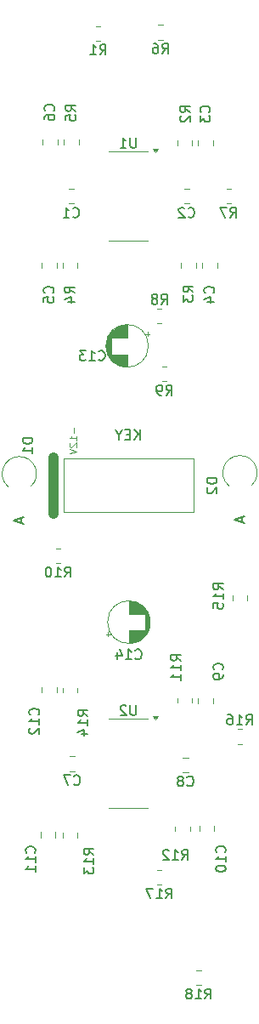
<source format=gbr>
%TF.GenerationSoftware,KiCad,Pcbnew,8.0.3-8.0.3-0~ubuntu22.04.1*%
%TF.CreationDate,2024-07-22T11:51:36+02:00*%
%TF.ProjectId,splt_mlt,73706c74-5f6d-46c7-942e-6b696361645f,rev?*%
%TF.SameCoordinates,Original*%
%TF.FileFunction,Legend,Bot*%
%TF.FilePolarity,Positive*%
%FSLAX46Y46*%
G04 Gerber Fmt 4.6, Leading zero omitted, Abs format (unit mm)*
G04 Created by KiCad (PCBNEW 8.0.3-8.0.3-0~ubuntu22.04.1) date 2024-07-22 11:51:36*
%MOMM*%
%LPD*%
G01*
G04 APERTURE LIST*
%ADD10C,0.150000*%
%ADD11C,0.200000*%
%ADD12C,0.100000*%
%ADD13C,0.120000*%
%ADD14C,1.000000*%
G04 APERTURE END LIST*
D10*
X100506666Y-83954819D02*
X100839999Y-83478628D01*
X101078094Y-83954819D02*
X101078094Y-82954819D01*
X101078094Y-82954819D02*
X100697142Y-82954819D01*
X100697142Y-82954819D02*
X100601904Y-83002438D01*
X100601904Y-83002438D02*
X100554285Y-83050057D01*
X100554285Y-83050057D02*
X100506666Y-83145295D01*
X100506666Y-83145295D02*
X100506666Y-83288152D01*
X100506666Y-83288152D02*
X100554285Y-83383390D01*
X100554285Y-83383390D02*
X100601904Y-83431009D01*
X100601904Y-83431009D02*
X100697142Y-83478628D01*
X100697142Y-83478628D02*
X101078094Y-83478628D01*
X99935237Y-83383390D02*
X100030475Y-83335771D01*
X100030475Y-83335771D02*
X100078094Y-83288152D01*
X100078094Y-83288152D02*
X100125713Y-83192914D01*
X100125713Y-83192914D02*
X100125713Y-83145295D01*
X100125713Y-83145295D02*
X100078094Y-83050057D01*
X100078094Y-83050057D02*
X100030475Y-83002438D01*
X100030475Y-83002438D02*
X99935237Y-82954819D01*
X99935237Y-82954819D02*
X99744761Y-82954819D01*
X99744761Y-82954819D02*
X99649523Y-83002438D01*
X99649523Y-83002438D02*
X99601904Y-83050057D01*
X99601904Y-83050057D02*
X99554285Y-83145295D01*
X99554285Y-83145295D02*
X99554285Y-83192914D01*
X99554285Y-83192914D02*
X99601904Y-83288152D01*
X99601904Y-83288152D02*
X99649523Y-83335771D01*
X99649523Y-83335771D02*
X99744761Y-83383390D01*
X99744761Y-83383390D02*
X99935237Y-83383390D01*
X99935237Y-83383390D02*
X100030475Y-83431009D01*
X100030475Y-83431009D02*
X100078094Y-83478628D01*
X100078094Y-83478628D02*
X100125713Y-83573866D01*
X100125713Y-83573866D02*
X100125713Y-83764342D01*
X100125713Y-83764342D02*
X100078094Y-83859580D01*
X100078094Y-83859580D02*
X100030475Y-83907200D01*
X100030475Y-83907200D02*
X99935237Y-83954819D01*
X99935237Y-83954819D02*
X99744761Y-83954819D01*
X99744761Y-83954819D02*
X99649523Y-83907200D01*
X99649523Y-83907200D02*
X99601904Y-83859580D01*
X99601904Y-83859580D02*
X99554285Y-83764342D01*
X99554285Y-83764342D02*
X99554285Y-83573866D01*
X99554285Y-83573866D02*
X99601904Y-83478628D01*
X99601904Y-83478628D02*
X99649523Y-83431009D01*
X99649523Y-83431009D02*
X99744761Y-83383390D01*
X87899580Y-138557142D02*
X87947200Y-138509523D01*
X87947200Y-138509523D02*
X87994819Y-138366666D01*
X87994819Y-138366666D02*
X87994819Y-138271428D01*
X87994819Y-138271428D02*
X87947200Y-138128571D01*
X87947200Y-138128571D02*
X87851961Y-138033333D01*
X87851961Y-138033333D02*
X87756723Y-137985714D01*
X87756723Y-137985714D02*
X87566247Y-137938095D01*
X87566247Y-137938095D02*
X87423390Y-137938095D01*
X87423390Y-137938095D02*
X87232914Y-137985714D01*
X87232914Y-137985714D02*
X87137676Y-138033333D01*
X87137676Y-138033333D02*
X87042438Y-138128571D01*
X87042438Y-138128571D02*
X86994819Y-138271428D01*
X86994819Y-138271428D02*
X86994819Y-138366666D01*
X86994819Y-138366666D02*
X87042438Y-138509523D01*
X87042438Y-138509523D02*
X87090057Y-138557142D01*
X87994819Y-139509523D02*
X87994819Y-138938095D01*
X87994819Y-139223809D02*
X86994819Y-139223809D01*
X86994819Y-139223809D02*
X87137676Y-139128571D01*
X87137676Y-139128571D02*
X87232914Y-139033333D01*
X87232914Y-139033333D02*
X87280533Y-138938095D01*
X87994819Y-140461904D02*
X87994819Y-139890476D01*
X87994819Y-140176190D02*
X86994819Y-140176190D01*
X86994819Y-140176190D02*
X87137676Y-140080952D01*
X87137676Y-140080952D02*
X87232914Y-139985714D01*
X87232914Y-139985714D02*
X87280533Y-139890476D01*
X106599580Y-120333333D02*
X106647200Y-120285714D01*
X106647200Y-120285714D02*
X106694819Y-120142857D01*
X106694819Y-120142857D02*
X106694819Y-120047619D01*
X106694819Y-120047619D02*
X106647200Y-119904762D01*
X106647200Y-119904762D02*
X106551961Y-119809524D01*
X106551961Y-119809524D02*
X106456723Y-119761905D01*
X106456723Y-119761905D02*
X106266247Y-119714286D01*
X106266247Y-119714286D02*
X106123390Y-119714286D01*
X106123390Y-119714286D02*
X105932914Y-119761905D01*
X105932914Y-119761905D02*
X105837676Y-119809524D01*
X105837676Y-119809524D02*
X105742438Y-119904762D01*
X105742438Y-119904762D02*
X105694819Y-120047619D01*
X105694819Y-120047619D02*
X105694819Y-120142857D01*
X105694819Y-120142857D02*
X105742438Y-120285714D01*
X105742438Y-120285714D02*
X105790057Y-120333333D01*
X106694819Y-120809524D02*
X106694819Y-121000000D01*
X106694819Y-121000000D02*
X106647200Y-121095238D01*
X106647200Y-121095238D02*
X106599580Y-121142857D01*
X106599580Y-121142857D02*
X106456723Y-121238095D01*
X106456723Y-121238095D02*
X106266247Y-121285714D01*
X106266247Y-121285714D02*
X105885295Y-121285714D01*
X105885295Y-121285714D02*
X105790057Y-121238095D01*
X105790057Y-121238095D02*
X105742438Y-121190476D01*
X105742438Y-121190476D02*
X105694819Y-121095238D01*
X105694819Y-121095238D02*
X105694819Y-120904762D01*
X105694819Y-120904762D02*
X105742438Y-120809524D01*
X105742438Y-120809524D02*
X105790057Y-120761905D01*
X105790057Y-120761905D02*
X105885295Y-120714286D01*
X105885295Y-120714286D02*
X106123390Y-120714286D01*
X106123390Y-120714286D02*
X106218628Y-120761905D01*
X106218628Y-120761905D02*
X106266247Y-120809524D01*
X106266247Y-120809524D02*
X106313866Y-120904762D01*
X106313866Y-120904762D02*
X106313866Y-121095238D01*
X106313866Y-121095238D02*
X106266247Y-121190476D01*
X106266247Y-121190476D02*
X106218628Y-121238095D01*
X106218628Y-121238095D02*
X106123390Y-121285714D01*
X98001904Y-123852319D02*
X98001904Y-124661842D01*
X98001904Y-124661842D02*
X97954285Y-124757080D01*
X97954285Y-124757080D02*
X97906666Y-124804700D01*
X97906666Y-124804700D02*
X97811428Y-124852319D01*
X97811428Y-124852319D02*
X97620952Y-124852319D01*
X97620952Y-124852319D02*
X97525714Y-124804700D01*
X97525714Y-124804700D02*
X97478095Y-124757080D01*
X97478095Y-124757080D02*
X97430476Y-124661842D01*
X97430476Y-124661842D02*
X97430476Y-123852319D01*
X97001904Y-123947557D02*
X96954285Y-123899938D01*
X96954285Y-123899938D02*
X96859047Y-123852319D01*
X96859047Y-123852319D02*
X96620952Y-123852319D01*
X96620952Y-123852319D02*
X96525714Y-123899938D01*
X96525714Y-123899938D02*
X96478095Y-123947557D01*
X96478095Y-123947557D02*
X96430476Y-124042795D01*
X96430476Y-124042795D02*
X96430476Y-124138033D01*
X96430476Y-124138033D02*
X96478095Y-124280890D01*
X96478095Y-124280890D02*
X97049523Y-124852319D01*
X97049523Y-124852319D02*
X96430476Y-124852319D01*
X89779580Y-64680833D02*
X89827200Y-64633214D01*
X89827200Y-64633214D02*
X89874819Y-64490357D01*
X89874819Y-64490357D02*
X89874819Y-64395119D01*
X89874819Y-64395119D02*
X89827200Y-64252262D01*
X89827200Y-64252262D02*
X89731961Y-64157024D01*
X89731961Y-64157024D02*
X89636723Y-64109405D01*
X89636723Y-64109405D02*
X89446247Y-64061786D01*
X89446247Y-64061786D02*
X89303390Y-64061786D01*
X89303390Y-64061786D02*
X89112914Y-64109405D01*
X89112914Y-64109405D02*
X89017676Y-64157024D01*
X89017676Y-64157024D02*
X88922438Y-64252262D01*
X88922438Y-64252262D02*
X88874819Y-64395119D01*
X88874819Y-64395119D02*
X88874819Y-64490357D01*
X88874819Y-64490357D02*
X88922438Y-64633214D01*
X88922438Y-64633214D02*
X88970057Y-64680833D01*
X88874819Y-65537976D02*
X88874819Y-65347500D01*
X88874819Y-65347500D02*
X88922438Y-65252262D01*
X88922438Y-65252262D02*
X88970057Y-65204643D01*
X88970057Y-65204643D02*
X89112914Y-65109405D01*
X89112914Y-65109405D02*
X89303390Y-65061786D01*
X89303390Y-65061786D02*
X89684342Y-65061786D01*
X89684342Y-65061786D02*
X89779580Y-65109405D01*
X89779580Y-65109405D02*
X89827200Y-65157024D01*
X89827200Y-65157024D02*
X89874819Y-65252262D01*
X89874819Y-65252262D02*
X89874819Y-65442738D01*
X89874819Y-65442738D02*
X89827200Y-65537976D01*
X89827200Y-65537976D02*
X89779580Y-65585595D01*
X89779580Y-65585595D02*
X89684342Y-65633214D01*
X89684342Y-65633214D02*
X89446247Y-65633214D01*
X89446247Y-65633214D02*
X89351009Y-65585595D01*
X89351009Y-65585595D02*
X89303390Y-65537976D01*
X89303390Y-65537976D02*
X89255771Y-65442738D01*
X89255771Y-65442738D02*
X89255771Y-65252262D01*
X89255771Y-65252262D02*
X89303390Y-65157024D01*
X89303390Y-65157024D02*
X89351009Y-65109405D01*
X89351009Y-65109405D02*
X89446247Y-65061786D01*
X93194819Y-124957142D02*
X92718628Y-124623809D01*
X93194819Y-124385714D02*
X92194819Y-124385714D01*
X92194819Y-124385714D02*
X92194819Y-124766666D01*
X92194819Y-124766666D02*
X92242438Y-124861904D01*
X92242438Y-124861904D02*
X92290057Y-124909523D01*
X92290057Y-124909523D02*
X92385295Y-124957142D01*
X92385295Y-124957142D02*
X92528152Y-124957142D01*
X92528152Y-124957142D02*
X92623390Y-124909523D01*
X92623390Y-124909523D02*
X92671009Y-124861904D01*
X92671009Y-124861904D02*
X92718628Y-124766666D01*
X92718628Y-124766666D02*
X92718628Y-124385714D01*
X93194819Y-125909523D02*
X93194819Y-125338095D01*
X93194819Y-125623809D02*
X92194819Y-125623809D01*
X92194819Y-125623809D02*
X92337676Y-125528571D01*
X92337676Y-125528571D02*
X92432914Y-125433333D01*
X92432914Y-125433333D02*
X92480533Y-125338095D01*
X92528152Y-126766666D02*
X93194819Y-126766666D01*
X92147200Y-126528571D02*
X92861485Y-126290476D01*
X92861485Y-126290476D02*
X92861485Y-126909523D01*
X98001904Y-67374819D02*
X98001904Y-68184342D01*
X98001904Y-68184342D02*
X97954285Y-68279580D01*
X97954285Y-68279580D02*
X97906666Y-68327200D01*
X97906666Y-68327200D02*
X97811428Y-68374819D01*
X97811428Y-68374819D02*
X97620952Y-68374819D01*
X97620952Y-68374819D02*
X97525714Y-68327200D01*
X97525714Y-68327200D02*
X97478095Y-68279580D01*
X97478095Y-68279580D02*
X97430476Y-68184342D01*
X97430476Y-68184342D02*
X97430476Y-67374819D01*
X96430476Y-68374819D02*
X97001904Y-68374819D01*
X96716190Y-68374819D02*
X96716190Y-67374819D01*
X96716190Y-67374819D02*
X96811428Y-67517676D01*
X96811428Y-67517676D02*
X96906666Y-67612914D01*
X96906666Y-67612914D02*
X97001904Y-67660533D01*
X106862080Y-138519642D02*
X106909700Y-138472023D01*
X106909700Y-138472023D02*
X106957319Y-138329166D01*
X106957319Y-138329166D02*
X106957319Y-138233928D01*
X106957319Y-138233928D02*
X106909700Y-138091071D01*
X106909700Y-138091071D02*
X106814461Y-137995833D01*
X106814461Y-137995833D02*
X106719223Y-137948214D01*
X106719223Y-137948214D02*
X106528747Y-137900595D01*
X106528747Y-137900595D02*
X106385890Y-137900595D01*
X106385890Y-137900595D02*
X106195414Y-137948214D01*
X106195414Y-137948214D02*
X106100176Y-137995833D01*
X106100176Y-137995833D02*
X106004938Y-138091071D01*
X106004938Y-138091071D02*
X105957319Y-138233928D01*
X105957319Y-138233928D02*
X105957319Y-138329166D01*
X105957319Y-138329166D02*
X106004938Y-138472023D01*
X106004938Y-138472023D02*
X106052557Y-138519642D01*
X106957319Y-139472023D02*
X106957319Y-138900595D01*
X106957319Y-139186309D02*
X105957319Y-139186309D01*
X105957319Y-139186309D02*
X106100176Y-139091071D01*
X106100176Y-139091071D02*
X106195414Y-138995833D01*
X106195414Y-138995833D02*
X106243033Y-138900595D01*
X105957319Y-140091071D02*
X105957319Y-140186309D01*
X105957319Y-140186309D02*
X106004938Y-140281547D01*
X106004938Y-140281547D02*
X106052557Y-140329166D01*
X106052557Y-140329166D02*
X106147795Y-140376785D01*
X106147795Y-140376785D02*
X106338271Y-140424404D01*
X106338271Y-140424404D02*
X106576366Y-140424404D01*
X106576366Y-140424404D02*
X106766842Y-140376785D01*
X106766842Y-140376785D02*
X106862080Y-140329166D01*
X106862080Y-140329166D02*
X106909700Y-140281547D01*
X106909700Y-140281547D02*
X106957319Y-140186309D01*
X106957319Y-140186309D02*
X106957319Y-140091071D01*
X106957319Y-140091071D02*
X106909700Y-139995833D01*
X106909700Y-139995833D02*
X106862080Y-139948214D01*
X106862080Y-139948214D02*
X106766842Y-139900595D01*
X106766842Y-139900595D02*
X106576366Y-139852976D01*
X106576366Y-139852976D02*
X106338271Y-139852976D01*
X106338271Y-139852976D02*
X106147795Y-139900595D01*
X106147795Y-139900595D02*
X106052557Y-139948214D01*
X106052557Y-139948214D02*
X106004938Y-139995833D01*
X106004938Y-139995833D02*
X105957319Y-140091071D01*
X103694819Y-82733333D02*
X103218628Y-82400000D01*
X103694819Y-82161905D02*
X102694819Y-82161905D01*
X102694819Y-82161905D02*
X102694819Y-82542857D01*
X102694819Y-82542857D02*
X102742438Y-82638095D01*
X102742438Y-82638095D02*
X102790057Y-82685714D01*
X102790057Y-82685714D02*
X102885295Y-82733333D01*
X102885295Y-82733333D02*
X103028152Y-82733333D01*
X103028152Y-82733333D02*
X103123390Y-82685714D01*
X103123390Y-82685714D02*
X103171009Y-82638095D01*
X103171009Y-82638095D02*
X103218628Y-82542857D01*
X103218628Y-82542857D02*
X103218628Y-82161905D01*
X102694819Y-83066667D02*
X102694819Y-83685714D01*
X102694819Y-83685714D02*
X103075771Y-83352381D01*
X103075771Y-83352381D02*
X103075771Y-83495238D01*
X103075771Y-83495238D02*
X103123390Y-83590476D01*
X103123390Y-83590476D02*
X103171009Y-83638095D01*
X103171009Y-83638095D02*
X103266247Y-83685714D01*
X103266247Y-83685714D02*
X103504342Y-83685714D01*
X103504342Y-83685714D02*
X103599580Y-83638095D01*
X103599580Y-83638095D02*
X103647200Y-83590476D01*
X103647200Y-83590476D02*
X103694819Y-83495238D01*
X103694819Y-83495238D02*
X103694819Y-83209524D01*
X103694819Y-83209524D02*
X103647200Y-83114286D01*
X103647200Y-83114286D02*
X103599580Y-83066667D01*
X91894819Y-82833333D02*
X91418628Y-82500000D01*
X91894819Y-82261905D02*
X90894819Y-82261905D01*
X90894819Y-82261905D02*
X90894819Y-82642857D01*
X90894819Y-82642857D02*
X90942438Y-82738095D01*
X90942438Y-82738095D02*
X90990057Y-82785714D01*
X90990057Y-82785714D02*
X91085295Y-82833333D01*
X91085295Y-82833333D02*
X91228152Y-82833333D01*
X91228152Y-82833333D02*
X91323390Y-82785714D01*
X91323390Y-82785714D02*
X91371009Y-82738095D01*
X91371009Y-82738095D02*
X91418628Y-82642857D01*
X91418628Y-82642857D02*
X91418628Y-82261905D01*
X91228152Y-83690476D02*
X91894819Y-83690476D01*
X90847200Y-83452381D02*
X91561485Y-83214286D01*
X91561485Y-83214286D02*
X91561485Y-83833333D01*
X106694819Y-112357142D02*
X106218628Y-112023809D01*
X106694819Y-111785714D02*
X105694819Y-111785714D01*
X105694819Y-111785714D02*
X105694819Y-112166666D01*
X105694819Y-112166666D02*
X105742438Y-112261904D01*
X105742438Y-112261904D02*
X105790057Y-112309523D01*
X105790057Y-112309523D02*
X105885295Y-112357142D01*
X105885295Y-112357142D02*
X106028152Y-112357142D01*
X106028152Y-112357142D02*
X106123390Y-112309523D01*
X106123390Y-112309523D02*
X106171009Y-112261904D01*
X106171009Y-112261904D02*
X106218628Y-112166666D01*
X106218628Y-112166666D02*
X106218628Y-111785714D01*
X106694819Y-113309523D02*
X106694819Y-112738095D01*
X106694819Y-113023809D02*
X105694819Y-113023809D01*
X105694819Y-113023809D02*
X105837676Y-112928571D01*
X105837676Y-112928571D02*
X105932914Y-112833333D01*
X105932914Y-112833333D02*
X105980533Y-112738095D01*
X105694819Y-114214285D02*
X105694819Y-113738095D01*
X105694819Y-113738095D02*
X106171009Y-113690476D01*
X106171009Y-113690476D02*
X106123390Y-113738095D01*
X106123390Y-113738095D02*
X106075771Y-113833333D01*
X106075771Y-113833333D02*
X106075771Y-114071428D01*
X106075771Y-114071428D02*
X106123390Y-114166666D01*
X106123390Y-114166666D02*
X106171009Y-114214285D01*
X106171009Y-114214285D02*
X106266247Y-114261904D01*
X106266247Y-114261904D02*
X106504342Y-114261904D01*
X106504342Y-114261904D02*
X106599580Y-114214285D01*
X106599580Y-114214285D02*
X106647200Y-114166666D01*
X106647200Y-114166666D02*
X106694819Y-114071428D01*
X106694819Y-114071428D02*
X106694819Y-113833333D01*
X106694819Y-113833333D02*
X106647200Y-113738095D01*
X106647200Y-113738095D02*
X106599580Y-113690476D01*
X103106666Y-131839580D02*
X103154285Y-131887200D01*
X103154285Y-131887200D02*
X103297142Y-131934819D01*
X103297142Y-131934819D02*
X103392380Y-131934819D01*
X103392380Y-131934819D02*
X103535237Y-131887200D01*
X103535237Y-131887200D02*
X103630475Y-131791961D01*
X103630475Y-131791961D02*
X103678094Y-131696723D01*
X103678094Y-131696723D02*
X103725713Y-131506247D01*
X103725713Y-131506247D02*
X103725713Y-131363390D01*
X103725713Y-131363390D02*
X103678094Y-131172914D01*
X103678094Y-131172914D02*
X103630475Y-131077676D01*
X103630475Y-131077676D02*
X103535237Y-130982438D01*
X103535237Y-130982438D02*
X103392380Y-130934819D01*
X103392380Y-130934819D02*
X103297142Y-130934819D01*
X103297142Y-130934819D02*
X103154285Y-130982438D01*
X103154285Y-130982438D02*
X103106666Y-131030057D01*
X102535237Y-131363390D02*
X102630475Y-131315771D01*
X102630475Y-131315771D02*
X102678094Y-131268152D01*
X102678094Y-131268152D02*
X102725713Y-131172914D01*
X102725713Y-131172914D02*
X102725713Y-131125295D01*
X102725713Y-131125295D02*
X102678094Y-131030057D01*
X102678094Y-131030057D02*
X102630475Y-130982438D01*
X102630475Y-130982438D02*
X102535237Y-130934819D01*
X102535237Y-130934819D02*
X102344761Y-130934819D01*
X102344761Y-130934819D02*
X102249523Y-130982438D01*
X102249523Y-130982438D02*
X102201904Y-131030057D01*
X102201904Y-131030057D02*
X102154285Y-131125295D01*
X102154285Y-131125295D02*
X102154285Y-131172914D01*
X102154285Y-131172914D02*
X102201904Y-131268152D01*
X102201904Y-131268152D02*
X102249523Y-131315771D01*
X102249523Y-131315771D02*
X102344761Y-131363390D01*
X102344761Y-131363390D02*
X102535237Y-131363390D01*
X102535237Y-131363390D02*
X102630475Y-131411009D01*
X102630475Y-131411009D02*
X102678094Y-131458628D01*
X102678094Y-131458628D02*
X102725713Y-131553866D01*
X102725713Y-131553866D02*
X102725713Y-131744342D01*
X102725713Y-131744342D02*
X102678094Y-131839580D01*
X102678094Y-131839580D02*
X102630475Y-131887200D01*
X102630475Y-131887200D02*
X102535237Y-131934819D01*
X102535237Y-131934819D02*
X102344761Y-131934819D01*
X102344761Y-131934819D02*
X102249523Y-131887200D01*
X102249523Y-131887200D02*
X102201904Y-131839580D01*
X102201904Y-131839580D02*
X102154285Y-131744342D01*
X102154285Y-131744342D02*
X102154285Y-131553866D01*
X102154285Y-131553866D02*
X102201904Y-131458628D01*
X102201904Y-131458628D02*
X102249523Y-131411009D01*
X102249523Y-131411009D02*
X102344761Y-131363390D01*
X94406666Y-59104819D02*
X94739999Y-58628628D01*
X94978094Y-59104819D02*
X94978094Y-58104819D01*
X94978094Y-58104819D02*
X94597142Y-58104819D01*
X94597142Y-58104819D02*
X94501904Y-58152438D01*
X94501904Y-58152438D02*
X94454285Y-58200057D01*
X94454285Y-58200057D02*
X94406666Y-58295295D01*
X94406666Y-58295295D02*
X94406666Y-58438152D01*
X94406666Y-58438152D02*
X94454285Y-58533390D01*
X94454285Y-58533390D02*
X94501904Y-58581009D01*
X94501904Y-58581009D02*
X94597142Y-58628628D01*
X94597142Y-58628628D02*
X94978094Y-58628628D01*
X93454285Y-59104819D02*
X94025713Y-59104819D01*
X93739999Y-59104819D02*
X93739999Y-58104819D01*
X93739999Y-58104819D02*
X93835237Y-58247676D01*
X93835237Y-58247676D02*
X93930475Y-58342914D01*
X93930475Y-58342914D02*
X94025713Y-58390533D01*
X88262080Y-124819642D02*
X88309700Y-124772023D01*
X88309700Y-124772023D02*
X88357319Y-124629166D01*
X88357319Y-124629166D02*
X88357319Y-124533928D01*
X88357319Y-124533928D02*
X88309700Y-124391071D01*
X88309700Y-124391071D02*
X88214461Y-124295833D01*
X88214461Y-124295833D02*
X88119223Y-124248214D01*
X88119223Y-124248214D02*
X87928747Y-124200595D01*
X87928747Y-124200595D02*
X87785890Y-124200595D01*
X87785890Y-124200595D02*
X87595414Y-124248214D01*
X87595414Y-124248214D02*
X87500176Y-124295833D01*
X87500176Y-124295833D02*
X87404938Y-124391071D01*
X87404938Y-124391071D02*
X87357319Y-124533928D01*
X87357319Y-124533928D02*
X87357319Y-124629166D01*
X87357319Y-124629166D02*
X87404938Y-124772023D01*
X87404938Y-124772023D02*
X87452557Y-124819642D01*
X88357319Y-125772023D02*
X88357319Y-125200595D01*
X88357319Y-125486309D02*
X87357319Y-125486309D01*
X87357319Y-125486309D02*
X87500176Y-125391071D01*
X87500176Y-125391071D02*
X87595414Y-125295833D01*
X87595414Y-125295833D02*
X87643033Y-125200595D01*
X87452557Y-126152976D02*
X87404938Y-126200595D01*
X87404938Y-126200595D02*
X87357319Y-126295833D01*
X87357319Y-126295833D02*
X87357319Y-126533928D01*
X87357319Y-126533928D02*
X87404938Y-126629166D01*
X87404938Y-126629166D02*
X87452557Y-126676785D01*
X87452557Y-126676785D02*
X87547795Y-126724404D01*
X87547795Y-126724404D02*
X87643033Y-126724404D01*
X87643033Y-126724404D02*
X87785890Y-126676785D01*
X87785890Y-126676785D02*
X88357319Y-126105357D01*
X88357319Y-126105357D02*
X88357319Y-126724404D01*
X90882857Y-111104819D02*
X91216190Y-110628628D01*
X91454285Y-111104819D02*
X91454285Y-110104819D01*
X91454285Y-110104819D02*
X91073333Y-110104819D01*
X91073333Y-110104819D02*
X90978095Y-110152438D01*
X90978095Y-110152438D02*
X90930476Y-110200057D01*
X90930476Y-110200057D02*
X90882857Y-110295295D01*
X90882857Y-110295295D02*
X90882857Y-110438152D01*
X90882857Y-110438152D02*
X90930476Y-110533390D01*
X90930476Y-110533390D02*
X90978095Y-110581009D01*
X90978095Y-110581009D02*
X91073333Y-110628628D01*
X91073333Y-110628628D02*
X91454285Y-110628628D01*
X89930476Y-111104819D02*
X90501904Y-111104819D01*
X90216190Y-111104819D02*
X90216190Y-110104819D01*
X90216190Y-110104819D02*
X90311428Y-110247676D01*
X90311428Y-110247676D02*
X90406666Y-110342914D01*
X90406666Y-110342914D02*
X90501904Y-110390533D01*
X89311428Y-110104819D02*
X89216190Y-110104819D01*
X89216190Y-110104819D02*
X89120952Y-110152438D01*
X89120952Y-110152438D02*
X89073333Y-110200057D01*
X89073333Y-110200057D02*
X89025714Y-110295295D01*
X89025714Y-110295295D02*
X88978095Y-110485771D01*
X88978095Y-110485771D02*
X88978095Y-110723866D01*
X88978095Y-110723866D02*
X89025714Y-110914342D01*
X89025714Y-110914342D02*
X89073333Y-111009580D01*
X89073333Y-111009580D02*
X89120952Y-111057200D01*
X89120952Y-111057200D02*
X89216190Y-111104819D01*
X89216190Y-111104819D02*
X89311428Y-111104819D01*
X89311428Y-111104819D02*
X89406666Y-111057200D01*
X89406666Y-111057200D02*
X89454285Y-111009580D01*
X89454285Y-111009580D02*
X89501904Y-110914342D01*
X89501904Y-110914342D02*
X89549523Y-110723866D01*
X89549523Y-110723866D02*
X89549523Y-110485771D01*
X89549523Y-110485771D02*
X89501904Y-110295295D01*
X89501904Y-110295295D02*
X89454285Y-110200057D01*
X89454285Y-110200057D02*
X89406666Y-110152438D01*
X89406666Y-110152438D02*
X89311428Y-110104819D01*
X101006666Y-93004819D02*
X101339999Y-92528628D01*
X101578094Y-93004819D02*
X101578094Y-92004819D01*
X101578094Y-92004819D02*
X101197142Y-92004819D01*
X101197142Y-92004819D02*
X101101904Y-92052438D01*
X101101904Y-92052438D02*
X101054285Y-92100057D01*
X101054285Y-92100057D02*
X101006666Y-92195295D01*
X101006666Y-92195295D02*
X101006666Y-92338152D01*
X101006666Y-92338152D02*
X101054285Y-92433390D01*
X101054285Y-92433390D02*
X101101904Y-92481009D01*
X101101904Y-92481009D02*
X101197142Y-92528628D01*
X101197142Y-92528628D02*
X101578094Y-92528628D01*
X100530475Y-93004819D02*
X100339999Y-93004819D01*
X100339999Y-93004819D02*
X100244761Y-92957200D01*
X100244761Y-92957200D02*
X100197142Y-92909580D01*
X100197142Y-92909580D02*
X100101904Y-92766723D01*
X100101904Y-92766723D02*
X100054285Y-92576247D01*
X100054285Y-92576247D02*
X100054285Y-92195295D01*
X100054285Y-92195295D02*
X100101904Y-92100057D01*
X100101904Y-92100057D02*
X100149523Y-92052438D01*
X100149523Y-92052438D02*
X100244761Y-92004819D01*
X100244761Y-92004819D02*
X100435237Y-92004819D01*
X100435237Y-92004819D02*
X100530475Y-92052438D01*
X100530475Y-92052438D02*
X100578094Y-92100057D01*
X100578094Y-92100057D02*
X100625713Y-92195295D01*
X100625713Y-92195295D02*
X100625713Y-92433390D01*
X100625713Y-92433390D02*
X100578094Y-92528628D01*
X100578094Y-92528628D02*
X100530475Y-92576247D01*
X100530475Y-92576247D02*
X100435237Y-92623866D01*
X100435237Y-92623866D02*
X100244761Y-92623866D01*
X100244761Y-92623866D02*
X100149523Y-92576247D01*
X100149523Y-92576247D02*
X100101904Y-92528628D01*
X100101904Y-92528628D02*
X100054285Y-92433390D01*
X107406666Y-75304819D02*
X107739999Y-74828628D01*
X107978094Y-75304819D02*
X107978094Y-74304819D01*
X107978094Y-74304819D02*
X107597142Y-74304819D01*
X107597142Y-74304819D02*
X107501904Y-74352438D01*
X107501904Y-74352438D02*
X107454285Y-74400057D01*
X107454285Y-74400057D02*
X107406666Y-74495295D01*
X107406666Y-74495295D02*
X107406666Y-74638152D01*
X107406666Y-74638152D02*
X107454285Y-74733390D01*
X107454285Y-74733390D02*
X107501904Y-74781009D01*
X107501904Y-74781009D02*
X107597142Y-74828628D01*
X107597142Y-74828628D02*
X107978094Y-74828628D01*
X107073332Y-74304819D02*
X106406666Y-74304819D01*
X106406666Y-74304819D02*
X106835237Y-75304819D01*
X93794819Y-138757142D02*
X93318628Y-138423809D01*
X93794819Y-138185714D02*
X92794819Y-138185714D01*
X92794819Y-138185714D02*
X92794819Y-138566666D01*
X92794819Y-138566666D02*
X92842438Y-138661904D01*
X92842438Y-138661904D02*
X92890057Y-138709523D01*
X92890057Y-138709523D02*
X92985295Y-138757142D01*
X92985295Y-138757142D02*
X93128152Y-138757142D01*
X93128152Y-138757142D02*
X93223390Y-138709523D01*
X93223390Y-138709523D02*
X93271009Y-138661904D01*
X93271009Y-138661904D02*
X93318628Y-138566666D01*
X93318628Y-138566666D02*
X93318628Y-138185714D01*
X93794819Y-139709523D02*
X93794819Y-139138095D01*
X93794819Y-139423809D02*
X92794819Y-139423809D01*
X92794819Y-139423809D02*
X92937676Y-139328571D01*
X92937676Y-139328571D02*
X93032914Y-139233333D01*
X93032914Y-139233333D02*
X93080533Y-139138095D01*
X92794819Y-140042857D02*
X92794819Y-140661904D01*
X92794819Y-140661904D02*
X93175771Y-140328571D01*
X93175771Y-140328571D02*
X93175771Y-140471428D01*
X93175771Y-140471428D02*
X93223390Y-140566666D01*
X93223390Y-140566666D02*
X93271009Y-140614285D01*
X93271009Y-140614285D02*
X93366247Y-140661904D01*
X93366247Y-140661904D02*
X93604342Y-140661904D01*
X93604342Y-140661904D02*
X93699580Y-140614285D01*
X93699580Y-140614285D02*
X93747200Y-140566666D01*
X93747200Y-140566666D02*
X93794819Y-140471428D01*
X93794819Y-140471428D02*
X93794819Y-140185714D01*
X93794819Y-140185714D02*
X93747200Y-140090476D01*
X93747200Y-140090476D02*
X93699580Y-140042857D01*
X87694819Y-97261905D02*
X86694819Y-97261905D01*
X86694819Y-97261905D02*
X86694819Y-97500000D01*
X86694819Y-97500000D02*
X86742438Y-97642857D01*
X86742438Y-97642857D02*
X86837676Y-97738095D01*
X86837676Y-97738095D02*
X86932914Y-97785714D01*
X86932914Y-97785714D02*
X87123390Y-97833333D01*
X87123390Y-97833333D02*
X87266247Y-97833333D01*
X87266247Y-97833333D02*
X87456723Y-97785714D01*
X87456723Y-97785714D02*
X87551961Y-97738095D01*
X87551961Y-97738095D02*
X87647200Y-97642857D01*
X87647200Y-97642857D02*
X87694819Y-97500000D01*
X87694819Y-97500000D02*
X87694819Y-97261905D01*
X87694819Y-98785714D02*
X87694819Y-98214286D01*
X87694819Y-98500000D02*
X86694819Y-98500000D01*
X86694819Y-98500000D02*
X86837676Y-98404762D01*
X86837676Y-98404762D02*
X86932914Y-98309524D01*
X86932914Y-98309524D02*
X86980533Y-98214286D01*
X86537338Y-105230139D02*
X86537338Y-105706329D01*
X86823053Y-105134901D02*
X85823053Y-105468234D01*
X85823053Y-105468234D02*
X86823053Y-105801567D01*
X91994819Y-64733333D02*
X91518628Y-64400000D01*
X91994819Y-64161905D02*
X90994819Y-64161905D01*
X90994819Y-64161905D02*
X90994819Y-64542857D01*
X90994819Y-64542857D02*
X91042438Y-64638095D01*
X91042438Y-64638095D02*
X91090057Y-64685714D01*
X91090057Y-64685714D02*
X91185295Y-64733333D01*
X91185295Y-64733333D02*
X91328152Y-64733333D01*
X91328152Y-64733333D02*
X91423390Y-64685714D01*
X91423390Y-64685714D02*
X91471009Y-64638095D01*
X91471009Y-64638095D02*
X91518628Y-64542857D01*
X91518628Y-64542857D02*
X91518628Y-64161905D01*
X90994819Y-65638095D02*
X90994819Y-65161905D01*
X90994819Y-65161905D02*
X91471009Y-65114286D01*
X91471009Y-65114286D02*
X91423390Y-65161905D01*
X91423390Y-65161905D02*
X91375771Y-65257143D01*
X91375771Y-65257143D02*
X91375771Y-65495238D01*
X91375771Y-65495238D02*
X91423390Y-65590476D01*
X91423390Y-65590476D02*
X91471009Y-65638095D01*
X91471009Y-65638095D02*
X91566247Y-65685714D01*
X91566247Y-65685714D02*
X91804342Y-65685714D01*
X91804342Y-65685714D02*
X91899580Y-65638095D01*
X91899580Y-65638095D02*
X91947200Y-65590476D01*
X91947200Y-65590476D02*
X91994819Y-65495238D01*
X91994819Y-65495238D02*
X91994819Y-65257143D01*
X91994819Y-65257143D02*
X91947200Y-65161905D01*
X91947200Y-65161905D02*
X91899580Y-65114286D01*
X97932857Y-119209580D02*
X97980476Y-119257200D01*
X97980476Y-119257200D02*
X98123333Y-119304819D01*
X98123333Y-119304819D02*
X98218571Y-119304819D01*
X98218571Y-119304819D02*
X98361428Y-119257200D01*
X98361428Y-119257200D02*
X98456666Y-119161961D01*
X98456666Y-119161961D02*
X98504285Y-119066723D01*
X98504285Y-119066723D02*
X98551904Y-118876247D01*
X98551904Y-118876247D02*
X98551904Y-118733390D01*
X98551904Y-118733390D02*
X98504285Y-118542914D01*
X98504285Y-118542914D02*
X98456666Y-118447676D01*
X98456666Y-118447676D02*
X98361428Y-118352438D01*
X98361428Y-118352438D02*
X98218571Y-118304819D01*
X98218571Y-118304819D02*
X98123333Y-118304819D01*
X98123333Y-118304819D02*
X97980476Y-118352438D01*
X97980476Y-118352438D02*
X97932857Y-118400057D01*
X96980476Y-119304819D02*
X97551904Y-119304819D01*
X97266190Y-119304819D02*
X97266190Y-118304819D01*
X97266190Y-118304819D02*
X97361428Y-118447676D01*
X97361428Y-118447676D02*
X97456666Y-118542914D01*
X97456666Y-118542914D02*
X97551904Y-118590533D01*
X96123333Y-118638152D02*
X96123333Y-119304819D01*
X96361428Y-118257200D02*
X96599523Y-118971485D01*
X96599523Y-118971485D02*
X95980476Y-118971485D01*
X100606666Y-59004819D02*
X100939999Y-58528628D01*
X101178094Y-59004819D02*
X101178094Y-58004819D01*
X101178094Y-58004819D02*
X100797142Y-58004819D01*
X100797142Y-58004819D02*
X100701904Y-58052438D01*
X100701904Y-58052438D02*
X100654285Y-58100057D01*
X100654285Y-58100057D02*
X100606666Y-58195295D01*
X100606666Y-58195295D02*
X100606666Y-58338152D01*
X100606666Y-58338152D02*
X100654285Y-58433390D01*
X100654285Y-58433390D02*
X100701904Y-58481009D01*
X100701904Y-58481009D02*
X100797142Y-58528628D01*
X100797142Y-58528628D02*
X101178094Y-58528628D01*
X99749523Y-58004819D02*
X99939999Y-58004819D01*
X99939999Y-58004819D02*
X100035237Y-58052438D01*
X100035237Y-58052438D02*
X100082856Y-58100057D01*
X100082856Y-58100057D02*
X100178094Y-58242914D01*
X100178094Y-58242914D02*
X100225713Y-58433390D01*
X100225713Y-58433390D02*
X100225713Y-58814342D01*
X100225713Y-58814342D02*
X100178094Y-58909580D01*
X100178094Y-58909580D02*
X100130475Y-58957200D01*
X100130475Y-58957200D02*
X100035237Y-59004819D01*
X100035237Y-59004819D02*
X99844761Y-59004819D01*
X99844761Y-59004819D02*
X99749523Y-58957200D01*
X99749523Y-58957200D02*
X99701904Y-58909580D01*
X99701904Y-58909580D02*
X99654285Y-58814342D01*
X99654285Y-58814342D02*
X99654285Y-58576247D01*
X99654285Y-58576247D02*
X99701904Y-58481009D01*
X99701904Y-58481009D02*
X99749523Y-58433390D01*
X99749523Y-58433390D02*
X99844761Y-58385771D01*
X99844761Y-58385771D02*
X100035237Y-58385771D01*
X100035237Y-58385771D02*
X100130475Y-58433390D01*
X100130475Y-58433390D02*
X100178094Y-58481009D01*
X100178094Y-58481009D02*
X100225713Y-58576247D01*
X102582857Y-139254819D02*
X102916190Y-138778628D01*
X103154285Y-139254819D02*
X103154285Y-138254819D01*
X103154285Y-138254819D02*
X102773333Y-138254819D01*
X102773333Y-138254819D02*
X102678095Y-138302438D01*
X102678095Y-138302438D02*
X102630476Y-138350057D01*
X102630476Y-138350057D02*
X102582857Y-138445295D01*
X102582857Y-138445295D02*
X102582857Y-138588152D01*
X102582857Y-138588152D02*
X102630476Y-138683390D01*
X102630476Y-138683390D02*
X102678095Y-138731009D01*
X102678095Y-138731009D02*
X102773333Y-138778628D01*
X102773333Y-138778628D02*
X103154285Y-138778628D01*
X101630476Y-139254819D02*
X102201904Y-139254819D01*
X101916190Y-139254819D02*
X101916190Y-138254819D01*
X101916190Y-138254819D02*
X102011428Y-138397676D01*
X102011428Y-138397676D02*
X102106666Y-138492914D01*
X102106666Y-138492914D02*
X102201904Y-138540533D01*
X101249523Y-138350057D02*
X101201904Y-138302438D01*
X101201904Y-138302438D02*
X101106666Y-138254819D01*
X101106666Y-138254819D02*
X100868571Y-138254819D01*
X100868571Y-138254819D02*
X100773333Y-138302438D01*
X100773333Y-138302438D02*
X100725714Y-138350057D01*
X100725714Y-138350057D02*
X100678095Y-138445295D01*
X100678095Y-138445295D02*
X100678095Y-138540533D01*
X100678095Y-138540533D02*
X100725714Y-138683390D01*
X100725714Y-138683390D02*
X101297142Y-139254819D01*
X101297142Y-139254819D02*
X100678095Y-139254819D01*
X108982857Y-125804819D02*
X109316190Y-125328628D01*
X109554285Y-125804819D02*
X109554285Y-124804819D01*
X109554285Y-124804819D02*
X109173333Y-124804819D01*
X109173333Y-124804819D02*
X109078095Y-124852438D01*
X109078095Y-124852438D02*
X109030476Y-124900057D01*
X109030476Y-124900057D02*
X108982857Y-124995295D01*
X108982857Y-124995295D02*
X108982857Y-125138152D01*
X108982857Y-125138152D02*
X109030476Y-125233390D01*
X109030476Y-125233390D02*
X109078095Y-125281009D01*
X109078095Y-125281009D02*
X109173333Y-125328628D01*
X109173333Y-125328628D02*
X109554285Y-125328628D01*
X108030476Y-125804819D02*
X108601904Y-125804819D01*
X108316190Y-125804819D02*
X108316190Y-124804819D01*
X108316190Y-124804819D02*
X108411428Y-124947676D01*
X108411428Y-124947676D02*
X108506666Y-125042914D01*
X108506666Y-125042914D02*
X108601904Y-125090533D01*
X107173333Y-124804819D02*
X107363809Y-124804819D01*
X107363809Y-124804819D02*
X107459047Y-124852438D01*
X107459047Y-124852438D02*
X107506666Y-124900057D01*
X107506666Y-124900057D02*
X107601904Y-125042914D01*
X107601904Y-125042914D02*
X107649523Y-125233390D01*
X107649523Y-125233390D02*
X107649523Y-125614342D01*
X107649523Y-125614342D02*
X107601904Y-125709580D01*
X107601904Y-125709580D02*
X107554285Y-125757200D01*
X107554285Y-125757200D02*
X107459047Y-125804819D01*
X107459047Y-125804819D02*
X107268571Y-125804819D01*
X107268571Y-125804819D02*
X107173333Y-125757200D01*
X107173333Y-125757200D02*
X107125714Y-125709580D01*
X107125714Y-125709580D02*
X107078095Y-125614342D01*
X107078095Y-125614342D02*
X107078095Y-125376247D01*
X107078095Y-125376247D02*
X107125714Y-125281009D01*
X107125714Y-125281009D02*
X107173333Y-125233390D01*
X107173333Y-125233390D02*
X107268571Y-125185771D01*
X107268571Y-125185771D02*
X107459047Y-125185771D01*
X107459047Y-125185771D02*
X107554285Y-125233390D01*
X107554285Y-125233390D02*
X107601904Y-125281009D01*
X107601904Y-125281009D02*
X107649523Y-125376247D01*
X89699580Y-82833333D02*
X89747200Y-82785714D01*
X89747200Y-82785714D02*
X89794819Y-82642857D01*
X89794819Y-82642857D02*
X89794819Y-82547619D01*
X89794819Y-82547619D02*
X89747200Y-82404762D01*
X89747200Y-82404762D02*
X89651961Y-82309524D01*
X89651961Y-82309524D02*
X89556723Y-82261905D01*
X89556723Y-82261905D02*
X89366247Y-82214286D01*
X89366247Y-82214286D02*
X89223390Y-82214286D01*
X89223390Y-82214286D02*
X89032914Y-82261905D01*
X89032914Y-82261905D02*
X88937676Y-82309524D01*
X88937676Y-82309524D02*
X88842438Y-82404762D01*
X88842438Y-82404762D02*
X88794819Y-82547619D01*
X88794819Y-82547619D02*
X88794819Y-82642857D01*
X88794819Y-82642857D02*
X88842438Y-82785714D01*
X88842438Y-82785714D02*
X88890057Y-82833333D01*
X88794819Y-83738095D02*
X88794819Y-83261905D01*
X88794819Y-83261905D02*
X89271009Y-83214286D01*
X89271009Y-83214286D02*
X89223390Y-83261905D01*
X89223390Y-83261905D02*
X89175771Y-83357143D01*
X89175771Y-83357143D02*
X89175771Y-83595238D01*
X89175771Y-83595238D02*
X89223390Y-83690476D01*
X89223390Y-83690476D02*
X89271009Y-83738095D01*
X89271009Y-83738095D02*
X89366247Y-83785714D01*
X89366247Y-83785714D02*
X89604342Y-83785714D01*
X89604342Y-83785714D02*
X89699580Y-83738095D01*
X89699580Y-83738095D02*
X89747200Y-83690476D01*
X89747200Y-83690476D02*
X89794819Y-83595238D01*
X89794819Y-83595238D02*
X89794819Y-83357143D01*
X89794819Y-83357143D02*
X89747200Y-83261905D01*
X89747200Y-83261905D02*
X89699580Y-83214286D01*
X100982857Y-143104819D02*
X101316190Y-142628628D01*
X101554285Y-143104819D02*
X101554285Y-142104819D01*
X101554285Y-142104819D02*
X101173333Y-142104819D01*
X101173333Y-142104819D02*
X101078095Y-142152438D01*
X101078095Y-142152438D02*
X101030476Y-142200057D01*
X101030476Y-142200057D02*
X100982857Y-142295295D01*
X100982857Y-142295295D02*
X100982857Y-142438152D01*
X100982857Y-142438152D02*
X101030476Y-142533390D01*
X101030476Y-142533390D02*
X101078095Y-142581009D01*
X101078095Y-142581009D02*
X101173333Y-142628628D01*
X101173333Y-142628628D02*
X101554285Y-142628628D01*
X100030476Y-143104819D02*
X100601904Y-143104819D01*
X100316190Y-143104819D02*
X100316190Y-142104819D01*
X100316190Y-142104819D02*
X100411428Y-142247676D01*
X100411428Y-142247676D02*
X100506666Y-142342914D01*
X100506666Y-142342914D02*
X100601904Y-142390533D01*
X99697142Y-142104819D02*
X99030476Y-142104819D01*
X99030476Y-142104819D02*
X99459047Y-143104819D01*
X94282857Y-89459580D02*
X94330476Y-89507200D01*
X94330476Y-89507200D02*
X94473333Y-89554819D01*
X94473333Y-89554819D02*
X94568571Y-89554819D01*
X94568571Y-89554819D02*
X94711428Y-89507200D01*
X94711428Y-89507200D02*
X94806666Y-89411961D01*
X94806666Y-89411961D02*
X94854285Y-89316723D01*
X94854285Y-89316723D02*
X94901904Y-89126247D01*
X94901904Y-89126247D02*
X94901904Y-88983390D01*
X94901904Y-88983390D02*
X94854285Y-88792914D01*
X94854285Y-88792914D02*
X94806666Y-88697676D01*
X94806666Y-88697676D02*
X94711428Y-88602438D01*
X94711428Y-88602438D02*
X94568571Y-88554819D01*
X94568571Y-88554819D02*
X94473333Y-88554819D01*
X94473333Y-88554819D02*
X94330476Y-88602438D01*
X94330476Y-88602438D02*
X94282857Y-88650057D01*
X93330476Y-89554819D02*
X93901904Y-89554819D01*
X93616190Y-89554819D02*
X93616190Y-88554819D01*
X93616190Y-88554819D02*
X93711428Y-88697676D01*
X93711428Y-88697676D02*
X93806666Y-88792914D01*
X93806666Y-88792914D02*
X93901904Y-88840533D01*
X92997142Y-88554819D02*
X92378095Y-88554819D01*
X92378095Y-88554819D02*
X92711428Y-88935771D01*
X92711428Y-88935771D02*
X92568571Y-88935771D01*
X92568571Y-88935771D02*
X92473333Y-88983390D01*
X92473333Y-88983390D02*
X92425714Y-89031009D01*
X92425714Y-89031009D02*
X92378095Y-89126247D01*
X92378095Y-89126247D02*
X92378095Y-89364342D01*
X92378095Y-89364342D02*
X92425714Y-89459580D01*
X92425714Y-89459580D02*
X92473333Y-89507200D01*
X92473333Y-89507200D02*
X92568571Y-89554819D01*
X92568571Y-89554819D02*
X92854285Y-89554819D01*
X92854285Y-89554819D02*
X92949523Y-89507200D01*
X92949523Y-89507200D02*
X92997142Y-89459580D01*
X102494819Y-119457142D02*
X102018628Y-119123809D01*
X102494819Y-118885714D02*
X101494819Y-118885714D01*
X101494819Y-118885714D02*
X101494819Y-119266666D01*
X101494819Y-119266666D02*
X101542438Y-119361904D01*
X101542438Y-119361904D02*
X101590057Y-119409523D01*
X101590057Y-119409523D02*
X101685295Y-119457142D01*
X101685295Y-119457142D02*
X101828152Y-119457142D01*
X101828152Y-119457142D02*
X101923390Y-119409523D01*
X101923390Y-119409523D02*
X101971009Y-119361904D01*
X101971009Y-119361904D02*
X102018628Y-119266666D01*
X102018628Y-119266666D02*
X102018628Y-118885714D01*
X102494819Y-120409523D02*
X102494819Y-119838095D01*
X102494819Y-120123809D02*
X101494819Y-120123809D01*
X101494819Y-120123809D02*
X101637676Y-120028571D01*
X101637676Y-120028571D02*
X101732914Y-119933333D01*
X101732914Y-119933333D02*
X101780533Y-119838095D01*
X102494819Y-121361904D02*
X102494819Y-120790476D01*
X102494819Y-121076190D02*
X101494819Y-121076190D01*
X101494819Y-121076190D02*
X101637676Y-120980952D01*
X101637676Y-120980952D02*
X101732914Y-120885714D01*
X101732914Y-120885714D02*
X101780533Y-120790476D01*
X105299580Y-64833333D02*
X105347200Y-64785714D01*
X105347200Y-64785714D02*
X105394819Y-64642857D01*
X105394819Y-64642857D02*
X105394819Y-64547619D01*
X105394819Y-64547619D02*
X105347200Y-64404762D01*
X105347200Y-64404762D02*
X105251961Y-64309524D01*
X105251961Y-64309524D02*
X105156723Y-64261905D01*
X105156723Y-64261905D02*
X104966247Y-64214286D01*
X104966247Y-64214286D02*
X104823390Y-64214286D01*
X104823390Y-64214286D02*
X104632914Y-64261905D01*
X104632914Y-64261905D02*
X104537676Y-64309524D01*
X104537676Y-64309524D02*
X104442438Y-64404762D01*
X104442438Y-64404762D02*
X104394819Y-64547619D01*
X104394819Y-64547619D02*
X104394819Y-64642857D01*
X104394819Y-64642857D02*
X104442438Y-64785714D01*
X104442438Y-64785714D02*
X104490057Y-64833333D01*
X104394819Y-65166667D02*
X104394819Y-65785714D01*
X104394819Y-65785714D02*
X104775771Y-65452381D01*
X104775771Y-65452381D02*
X104775771Y-65595238D01*
X104775771Y-65595238D02*
X104823390Y-65690476D01*
X104823390Y-65690476D02*
X104871009Y-65738095D01*
X104871009Y-65738095D02*
X104966247Y-65785714D01*
X104966247Y-65785714D02*
X105204342Y-65785714D01*
X105204342Y-65785714D02*
X105299580Y-65738095D01*
X105299580Y-65738095D02*
X105347200Y-65690476D01*
X105347200Y-65690476D02*
X105394819Y-65595238D01*
X105394819Y-65595238D02*
X105394819Y-65309524D01*
X105394819Y-65309524D02*
X105347200Y-65214286D01*
X105347200Y-65214286D02*
X105299580Y-65166667D01*
D11*
X98382856Y-97452219D02*
X98382856Y-96452219D01*
X97811428Y-97452219D02*
X98239999Y-96880790D01*
X97811428Y-96452219D02*
X98382856Y-97023647D01*
X97382856Y-96928409D02*
X97049523Y-96928409D01*
X96906666Y-97452219D02*
X97382856Y-97452219D01*
X97382856Y-97452219D02*
X97382856Y-96452219D01*
X97382856Y-96452219D02*
X96906666Y-96452219D01*
X96287618Y-96976028D02*
X96287618Y-97452219D01*
X96620951Y-96452219D02*
X96287618Y-96976028D01*
X96287618Y-96976028D02*
X95954285Y-96452219D01*
D12*
X91791966Y-96266666D02*
X91791966Y-96800000D01*
X92058633Y-97500000D02*
X92058633Y-97100000D01*
X92058633Y-97300000D02*
X91358633Y-97300000D01*
X91358633Y-97300000D02*
X91458633Y-97233333D01*
X91458633Y-97233333D02*
X91525300Y-97166667D01*
X91525300Y-97166667D02*
X91558633Y-97100000D01*
X91425300Y-97766667D02*
X91391966Y-97800000D01*
X91391966Y-97800000D02*
X91358633Y-97866667D01*
X91358633Y-97866667D02*
X91358633Y-98033334D01*
X91358633Y-98033334D02*
X91391966Y-98100000D01*
X91391966Y-98100000D02*
X91425300Y-98133334D01*
X91425300Y-98133334D02*
X91491966Y-98166667D01*
X91491966Y-98166667D02*
X91558633Y-98166667D01*
X91558633Y-98166667D02*
X91658633Y-98133334D01*
X91658633Y-98133334D02*
X92058633Y-97733334D01*
X92058633Y-97733334D02*
X92058633Y-98166667D01*
X91358633Y-98366667D02*
X92058633Y-98600001D01*
X92058633Y-98600001D02*
X91358633Y-98833334D01*
D10*
X104882857Y-153104819D02*
X105216190Y-152628628D01*
X105454285Y-153104819D02*
X105454285Y-152104819D01*
X105454285Y-152104819D02*
X105073333Y-152104819D01*
X105073333Y-152104819D02*
X104978095Y-152152438D01*
X104978095Y-152152438D02*
X104930476Y-152200057D01*
X104930476Y-152200057D02*
X104882857Y-152295295D01*
X104882857Y-152295295D02*
X104882857Y-152438152D01*
X104882857Y-152438152D02*
X104930476Y-152533390D01*
X104930476Y-152533390D02*
X104978095Y-152581009D01*
X104978095Y-152581009D02*
X105073333Y-152628628D01*
X105073333Y-152628628D02*
X105454285Y-152628628D01*
X103930476Y-153104819D02*
X104501904Y-153104819D01*
X104216190Y-153104819D02*
X104216190Y-152104819D01*
X104216190Y-152104819D02*
X104311428Y-152247676D01*
X104311428Y-152247676D02*
X104406666Y-152342914D01*
X104406666Y-152342914D02*
X104501904Y-152390533D01*
X103359047Y-152533390D02*
X103454285Y-152485771D01*
X103454285Y-152485771D02*
X103501904Y-152438152D01*
X103501904Y-152438152D02*
X103549523Y-152342914D01*
X103549523Y-152342914D02*
X103549523Y-152295295D01*
X103549523Y-152295295D02*
X103501904Y-152200057D01*
X103501904Y-152200057D02*
X103454285Y-152152438D01*
X103454285Y-152152438D02*
X103359047Y-152104819D01*
X103359047Y-152104819D02*
X103168571Y-152104819D01*
X103168571Y-152104819D02*
X103073333Y-152152438D01*
X103073333Y-152152438D02*
X103025714Y-152200057D01*
X103025714Y-152200057D02*
X102978095Y-152295295D01*
X102978095Y-152295295D02*
X102978095Y-152342914D01*
X102978095Y-152342914D02*
X103025714Y-152438152D01*
X103025714Y-152438152D02*
X103073333Y-152485771D01*
X103073333Y-152485771D02*
X103168571Y-152533390D01*
X103168571Y-152533390D02*
X103359047Y-152533390D01*
X103359047Y-152533390D02*
X103454285Y-152581009D01*
X103454285Y-152581009D02*
X103501904Y-152628628D01*
X103501904Y-152628628D02*
X103549523Y-152723866D01*
X103549523Y-152723866D02*
X103549523Y-152914342D01*
X103549523Y-152914342D02*
X103501904Y-153009580D01*
X103501904Y-153009580D02*
X103454285Y-153057200D01*
X103454285Y-153057200D02*
X103359047Y-153104819D01*
X103359047Y-153104819D02*
X103168571Y-153104819D01*
X103168571Y-153104819D02*
X103073333Y-153057200D01*
X103073333Y-153057200D02*
X103025714Y-153009580D01*
X103025714Y-153009580D02*
X102978095Y-152914342D01*
X102978095Y-152914342D02*
X102978095Y-152723866D01*
X102978095Y-152723866D02*
X103025714Y-152628628D01*
X103025714Y-152628628D02*
X103073333Y-152581009D01*
X103073333Y-152581009D02*
X103168571Y-152533390D01*
X106072418Y-101260139D02*
X105072418Y-101260139D01*
X105072418Y-101260139D02*
X105072418Y-101498234D01*
X105072418Y-101498234D02*
X105120037Y-101641091D01*
X105120037Y-101641091D02*
X105215275Y-101736329D01*
X105215275Y-101736329D02*
X105310513Y-101783948D01*
X105310513Y-101783948D02*
X105500989Y-101831567D01*
X105500989Y-101831567D02*
X105643846Y-101831567D01*
X105643846Y-101831567D02*
X105834322Y-101783948D01*
X105834322Y-101783948D02*
X105929560Y-101736329D01*
X105929560Y-101736329D02*
X106024799Y-101641091D01*
X106024799Y-101641091D02*
X106072418Y-101498234D01*
X106072418Y-101498234D02*
X106072418Y-101260139D01*
X105167656Y-102212520D02*
X105120037Y-102260139D01*
X105120037Y-102260139D02*
X105072418Y-102355377D01*
X105072418Y-102355377D02*
X105072418Y-102593472D01*
X105072418Y-102593472D02*
X105120037Y-102688710D01*
X105120037Y-102688710D02*
X105167656Y-102736329D01*
X105167656Y-102736329D02*
X105262894Y-102783948D01*
X105262894Y-102783948D02*
X105358132Y-102783948D01*
X105358132Y-102783948D02*
X105500989Y-102736329D01*
X105500989Y-102736329D02*
X106072418Y-102164901D01*
X106072418Y-102164901D02*
X106072418Y-102783948D01*
X108537338Y-105130139D02*
X108537338Y-105606329D01*
X108823053Y-105034901D02*
X107823053Y-105368234D01*
X107823053Y-105368234D02*
X108823053Y-105701567D01*
X103394819Y-64833333D02*
X102918628Y-64500000D01*
X103394819Y-64261905D02*
X102394819Y-64261905D01*
X102394819Y-64261905D02*
X102394819Y-64642857D01*
X102394819Y-64642857D02*
X102442438Y-64738095D01*
X102442438Y-64738095D02*
X102490057Y-64785714D01*
X102490057Y-64785714D02*
X102585295Y-64833333D01*
X102585295Y-64833333D02*
X102728152Y-64833333D01*
X102728152Y-64833333D02*
X102823390Y-64785714D01*
X102823390Y-64785714D02*
X102871009Y-64738095D01*
X102871009Y-64738095D02*
X102918628Y-64642857D01*
X102918628Y-64642857D02*
X102918628Y-64261905D01*
X102490057Y-65214286D02*
X102442438Y-65261905D01*
X102442438Y-65261905D02*
X102394819Y-65357143D01*
X102394819Y-65357143D02*
X102394819Y-65595238D01*
X102394819Y-65595238D02*
X102442438Y-65690476D01*
X102442438Y-65690476D02*
X102490057Y-65738095D01*
X102490057Y-65738095D02*
X102585295Y-65785714D01*
X102585295Y-65785714D02*
X102680533Y-65785714D01*
X102680533Y-65785714D02*
X102823390Y-65738095D01*
X102823390Y-65738095D02*
X103394819Y-65166667D01*
X103394819Y-65166667D02*
X103394819Y-65785714D01*
X91706666Y-75239580D02*
X91754285Y-75287200D01*
X91754285Y-75287200D02*
X91897142Y-75334819D01*
X91897142Y-75334819D02*
X91992380Y-75334819D01*
X91992380Y-75334819D02*
X92135237Y-75287200D01*
X92135237Y-75287200D02*
X92230475Y-75191961D01*
X92230475Y-75191961D02*
X92278094Y-75096723D01*
X92278094Y-75096723D02*
X92325713Y-74906247D01*
X92325713Y-74906247D02*
X92325713Y-74763390D01*
X92325713Y-74763390D02*
X92278094Y-74572914D01*
X92278094Y-74572914D02*
X92230475Y-74477676D01*
X92230475Y-74477676D02*
X92135237Y-74382438D01*
X92135237Y-74382438D02*
X91992380Y-74334819D01*
X91992380Y-74334819D02*
X91897142Y-74334819D01*
X91897142Y-74334819D02*
X91754285Y-74382438D01*
X91754285Y-74382438D02*
X91706666Y-74430057D01*
X90754285Y-75334819D02*
X91325713Y-75334819D01*
X91039999Y-75334819D02*
X91039999Y-74334819D01*
X91039999Y-74334819D02*
X91135237Y-74477676D01*
X91135237Y-74477676D02*
X91230475Y-74572914D01*
X91230475Y-74572914D02*
X91325713Y-74620533D01*
X91806666Y-131739580D02*
X91854285Y-131787200D01*
X91854285Y-131787200D02*
X91997142Y-131834819D01*
X91997142Y-131834819D02*
X92092380Y-131834819D01*
X92092380Y-131834819D02*
X92235237Y-131787200D01*
X92235237Y-131787200D02*
X92330475Y-131691961D01*
X92330475Y-131691961D02*
X92378094Y-131596723D01*
X92378094Y-131596723D02*
X92425713Y-131406247D01*
X92425713Y-131406247D02*
X92425713Y-131263390D01*
X92425713Y-131263390D02*
X92378094Y-131072914D01*
X92378094Y-131072914D02*
X92330475Y-130977676D01*
X92330475Y-130977676D02*
X92235237Y-130882438D01*
X92235237Y-130882438D02*
X92092380Y-130834819D01*
X92092380Y-130834819D02*
X91997142Y-130834819D01*
X91997142Y-130834819D02*
X91854285Y-130882438D01*
X91854285Y-130882438D02*
X91806666Y-130930057D01*
X91473332Y-130834819D02*
X90806666Y-130834819D01*
X90806666Y-130834819D02*
X91235237Y-131834819D01*
X103206666Y-75239580D02*
X103254285Y-75287200D01*
X103254285Y-75287200D02*
X103397142Y-75334819D01*
X103397142Y-75334819D02*
X103492380Y-75334819D01*
X103492380Y-75334819D02*
X103635237Y-75287200D01*
X103635237Y-75287200D02*
X103730475Y-75191961D01*
X103730475Y-75191961D02*
X103778094Y-75096723D01*
X103778094Y-75096723D02*
X103825713Y-74906247D01*
X103825713Y-74906247D02*
X103825713Y-74763390D01*
X103825713Y-74763390D02*
X103778094Y-74572914D01*
X103778094Y-74572914D02*
X103730475Y-74477676D01*
X103730475Y-74477676D02*
X103635237Y-74382438D01*
X103635237Y-74382438D02*
X103492380Y-74334819D01*
X103492380Y-74334819D02*
X103397142Y-74334819D01*
X103397142Y-74334819D02*
X103254285Y-74382438D01*
X103254285Y-74382438D02*
X103206666Y-74430057D01*
X102825713Y-74430057D02*
X102778094Y-74382438D01*
X102778094Y-74382438D02*
X102682856Y-74334819D01*
X102682856Y-74334819D02*
X102444761Y-74334819D01*
X102444761Y-74334819D02*
X102349523Y-74382438D01*
X102349523Y-74382438D02*
X102301904Y-74430057D01*
X102301904Y-74430057D02*
X102254285Y-74525295D01*
X102254285Y-74525295D02*
X102254285Y-74620533D01*
X102254285Y-74620533D02*
X102301904Y-74763390D01*
X102301904Y-74763390D02*
X102873332Y-75334819D01*
X102873332Y-75334819D02*
X102254285Y-75334819D01*
X105699580Y-82833333D02*
X105747200Y-82785714D01*
X105747200Y-82785714D02*
X105794819Y-82642857D01*
X105794819Y-82642857D02*
X105794819Y-82547619D01*
X105794819Y-82547619D02*
X105747200Y-82404762D01*
X105747200Y-82404762D02*
X105651961Y-82309524D01*
X105651961Y-82309524D02*
X105556723Y-82261905D01*
X105556723Y-82261905D02*
X105366247Y-82214286D01*
X105366247Y-82214286D02*
X105223390Y-82214286D01*
X105223390Y-82214286D02*
X105032914Y-82261905D01*
X105032914Y-82261905D02*
X104937676Y-82309524D01*
X104937676Y-82309524D02*
X104842438Y-82404762D01*
X104842438Y-82404762D02*
X104794819Y-82547619D01*
X104794819Y-82547619D02*
X104794819Y-82642857D01*
X104794819Y-82642857D02*
X104842438Y-82785714D01*
X104842438Y-82785714D02*
X104890057Y-82833333D01*
X105128152Y-83690476D02*
X105794819Y-83690476D01*
X104747200Y-83452381D02*
X105461485Y-83214286D01*
X105461485Y-83214286D02*
X105461485Y-83833333D01*
D13*
%TO.C,R8*%
X100567064Y-84365000D02*
X100112936Y-84365000D01*
X100567064Y-85835000D02*
X100112936Y-85835000D01*
%TO.C,C11*%
X88505000Y-137023752D02*
X88505000Y-136501248D01*
X89975000Y-137023752D02*
X89975000Y-136501248D01*
%TO.C,C9*%
X104205000Y-123138748D02*
X104205000Y-123661252D01*
X105675000Y-123138748D02*
X105675000Y-123661252D01*
%TO.C,U2*%
X95290000Y-125242500D02*
X97240000Y-125242500D01*
X95290000Y-134112500D02*
X97240000Y-134112500D01*
X99190000Y-125242500D02*
X97240000Y-125242500D01*
X99190000Y-134112500D02*
X97240000Y-134112500D01*
X99940000Y-125307500D02*
X99700000Y-124977500D01*
X100180000Y-124977500D01*
X99940000Y-125307500D01*
G36*
X99940000Y-125307500D02*
G01*
X99700000Y-124977500D01*
X100180000Y-124977500D01*
X99940000Y-125307500D01*
G37*
%TO.C,C6*%
X88705000Y-67538748D02*
X88705000Y-68061252D01*
X90175000Y-67538748D02*
X90175000Y-68061252D01*
%TO.C,R14*%
X90705000Y-122172936D02*
X90705000Y-122627064D01*
X92175000Y-122172936D02*
X92175000Y-122627064D01*
%TO.C,U1*%
X95290000Y-68765000D02*
X97240000Y-68765000D01*
X95290000Y-77635000D02*
X97240000Y-77635000D01*
X99190000Y-68765000D02*
X97240000Y-68765000D01*
X99190000Y-77635000D02*
X97240000Y-77635000D01*
X99940000Y-68830000D02*
X99700000Y-68500000D01*
X100180000Y-68500000D01*
X99940000Y-68830000D01*
G36*
X99940000Y-68830000D02*
G01*
X99700000Y-68500000D01*
X100180000Y-68500000D01*
X99940000Y-68830000D01*
G37*
%TO.C,C10*%
X104305000Y-136423752D02*
X104305000Y-135901248D01*
X105775000Y-136423752D02*
X105775000Y-135901248D01*
%TO.C,R3*%
X102505000Y-80327064D02*
X102505000Y-79872936D01*
X103975000Y-80327064D02*
X103975000Y-79872936D01*
%TO.C,R4*%
X90705000Y-80327064D02*
X90705000Y-79872936D01*
X92175000Y-80327064D02*
X92175000Y-79872936D01*
%TO.C,R15*%
X107605000Y-112972936D02*
X107605000Y-113427064D01*
X109075000Y-112972936D02*
X109075000Y-113427064D01*
%TO.C,C8*%
X103201252Y-129065000D02*
X102678748Y-129065000D01*
X103201252Y-130535000D02*
X102678748Y-130535000D01*
%TO.C,R1*%
X94467064Y-56265000D02*
X94012936Y-56265000D01*
X94467064Y-57735000D02*
X94012936Y-57735000D01*
%TO.C,C12*%
X88605000Y-122101248D02*
X88605000Y-122623752D01*
X90075000Y-122101248D02*
X90075000Y-122623752D01*
%TO.C,R10*%
X90467064Y-108265000D02*
X90012936Y-108265000D01*
X90467064Y-109735000D02*
X90012936Y-109735000D01*
%TO.C,R9*%
X101067064Y-90165000D02*
X100612936Y-90165000D01*
X101067064Y-91635000D02*
X100612936Y-91635000D01*
%TO.C,R7*%
X107467064Y-72465000D02*
X107012936Y-72465000D01*
X107467064Y-73935000D02*
X107012936Y-73935000D01*
%TO.C,R13*%
X90705000Y-137027064D02*
X90705000Y-136572936D01*
X92175000Y-137027064D02*
X92175000Y-136572936D01*
%TO.C,D1*%
X85268234Y-102139387D02*
G75*
G02*
X87535600Y-102079785I1100000J1311153D01*
G01*
%TO.C,R5*%
X90805000Y-67572936D02*
X90805000Y-68027064D01*
X92275000Y-67572936D02*
X92275000Y-68027064D01*
%TO.C,C14*%
X95220199Y-116595000D02*
X95220199Y-116995000D01*
X95420199Y-116795000D02*
X95020199Y-116795000D01*
X97290000Y-113520000D02*
X97290000Y-114760000D01*
X97290000Y-116440000D02*
X97290000Y-117680000D01*
X97330000Y-113520000D02*
X97330000Y-114760000D01*
X97330000Y-116440000D02*
X97330000Y-117680000D01*
X97370000Y-113521000D02*
X97370000Y-114760000D01*
X97370000Y-116440000D02*
X97370000Y-117679000D01*
X97410000Y-113523000D02*
X97410000Y-114760000D01*
X97410000Y-116440000D02*
X97410000Y-117677000D01*
X97450000Y-113526000D02*
X97450000Y-114760000D01*
X97450000Y-116440000D02*
X97450000Y-117674000D01*
X97490000Y-113529000D02*
X97490000Y-114760000D01*
X97490000Y-116440000D02*
X97490000Y-117671000D01*
X97530000Y-113533000D02*
X97530000Y-114760000D01*
X97530000Y-116440000D02*
X97530000Y-117667000D01*
X97570000Y-113538000D02*
X97570000Y-114760000D01*
X97570000Y-116440000D02*
X97570000Y-117662000D01*
X97610000Y-113544000D02*
X97610000Y-114760000D01*
X97610000Y-116440000D02*
X97610000Y-117656000D01*
X97650000Y-113550000D02*
X97650000Y-114760000D01*
X97650000Y-116440000D02*
X97650000Y-117650000D01*
X97690000Y-113558000D02*
X97690000Y-114760000D01*
X97690000Y-116440000D02*
X97690000Y-117642000D01*
X97730000Y-113566000D02*
X97730000Y-114760000D01*
X97730000Y-116440000D02*
X97730000Y-117634000D01*
X97770000Y-113575000D02*
X97770000Y-114760000D01*
X97770000Y-116440000D02*
X97770000Y-117625000D01*
X97810000Y-113584000D02*
X97810000Y-114760000D01*
X97810000Y-116440000D02*
X97810000Y-117616000D01*
X97850000Y-113595000D02*
X97850000Y-114760000D01*
X97850000Y-116440000D02*
X97850000Y-117605000D01*
X97890000Y-113606000D02*
X97890000Y-114760000D01*
X97890000Y-116440000D02*
X97890000Y-117594000D01*
X97930000Y-113618000D02*
X97930000Y-114760000D01*
X97930000Y-116440000D02*
X97930000Y-117582000D01*
X97970000Y-113632000D02*
X97970000Y-114760000D01*
X97970000Y-116440000D02*
X97970000Y-117568000D01*
X98011000Y-113646000D02*
X98011000Y-114760000D01*
X98011000Y-116440000D02*
X98011000Y-117554000D01*
X98051000Y-113660000D02*
X98051000Y-114760000D01*
X98051000Y-116440000D02*
X98051000Y-117540000D01*
X98091000Y-113676000D02*
X98091000Y-114760000D01*
X98091000Y-116440000D02*
X98091000Y-117524000D01*
X98131000Y-113693000D02*
X98131000Y-114760000D01*
X98131000Y-116440000D02*
X98131000Y-117507000D01*
X98171000Y-113711000D02*
X98171000Y-114760000D01*
X98171000Y-116440000D02*
X98171000Y-117489000D01*
X98211000Y-113730000D02*
X98211000Y-114760000D01*
X98211000Y-116440000D02*
X98211000Y-117470000D01*
X98251000Y-113749000D02*
X98251000Y-114760000D01*
X98251000Y-116440000D02*
X98251000Y-117451000D01*
X98291000Y-113770000D02*
X98291000Y-114760000D01*
X98291000Y-116440000D02*
X98291000Y-117430000D01*
X98331000Y-113792000D02*
X98331000Y-114760000D01*
X98331000Y-116440000D02*
X98331000Y-117408000D01*
X98371000Y-113815000D02*
X98371000Y-114760000D01*
X98371000Y-116440000D02*
X98371000Y-117385000D01*
X98411000Y-113840000D02*
X98411000Y-114760000D01*
X98411000Y-116440000D02*
X98411000Y-117360000D01*
X98451000Y-113865000D02*
X98451000Y-114760000D01*
X98451000Y-116440000D02*
X98451000Y-117335000D01*
X98491000Y-113892000D02*
X98491000Y-114760000D01*
X98491000Y-116440000D02*
X98491000Y-117308000D01*
X98531000Y-113920000D02*
X98531000Y-114760000D01*
X98531000Y-116440000D02*
X98531000Y-117280000D01*
X98571000Y-113950000D02*
X98571000Y-114760000D01*
X98571000Y-116440000D02*
X98571000Y-117250000D01*
X98611000Y-113981000D02*
X98611000Y-114760000D01*
X98611000Y-116440000D02*
X98611000Y-117219000D01*
X98651000Y-114013000D02*
X98651000Y-114760000D01*
X98651000Y-116440000D02*
X98651000Y-117187000D01*
X98691000Y-114048000D02*
X98691000Y-114760000D01*
X98691000Y-116440000D02*
X98691000Y-117152000D01*
X98731000Y-114084000D02*
X98731000Y-114760000D01*
X98731000Y-116440000D02*
X98731000Y-117116000D01*
X98771000Y-114122000D02*
X98771000Y-114760000D01*
X98771000Y-116440000D02*
X98771000Y-117078000D01*
X98811000Y-114162000D02*
X98811000Y-114760000D01*
X98811000Y-116440000D02*
X98811000Y-117038000D01*
X98851000Y-114204000D02*
X98851000Y-114760000D01*
X98851000Y-116440000D02*
X98851000Y-116996000D01*
X98891000Y-114249000D02*
X98891000Y-116951000D01*
X98931000Y-114296000D02*
X98931000Y-116904000D01*
X98971000Y-114346000D02*
X98971000Y-116854000D01*
X99011000Y-114400000D02*
X99011000Y-116800000D01*
X99051000Y-114458000D02*
X99051000Y-116742000D01*
X99091000Y-114520000D02*
X99091000Y-116680000D01*
X99131000Y-114587000D02*
X99131000Y-116613000D01*
X99171000Y-114660000D02*
X99171000Y-116540000D01*
X99211000Y-114741000D02*
X99211000Y-116459000D01*
X99251000Y-114832000D02*
X99251000Y-116368000D01*
X99291000Y-114936000D02*
X99291000Y-116264000D01*
X99331000Y-115063000D02*
X99331000Y-116137000D01*
X99371000Y-115230000D02*
X99371000Y-115970000D01*
X99410000Y-115600000D02*
G75*
G02*
X95170000Y-115600000I-2120000J0D01*
G01*
X95170000Y-115600000D02*
G75*
G02*
X99410000Y-115600000I2120000J0D01*
G01*
%TO.C,R6*%
X100667064Y-56165000D02*
X100212936Y-56165000D01*
X100667064Y-57635000D02*
X100212936Y-57635000D01*
%TO.C,R12*%
X101905000Y-136427064D02*
X101905000Y-135972936D01*
X103375000Y-136427064D02*
X103375000Y-135972936D01*
%TO.C,R16*%
X108112936Y-126265000D02*
X108567064Y-126265000D01*
X108112936Y-127735000D02*
X108567064Y-127735000D01*
%TO.C,C5*%
X88605000Y-80361252D02*
X88605000Y-79838748D01*
X90075000Y-80361252D02*
X90075000Y-79838748D01*
%TO.C,R17*%
X100567064Y-140265000D02*
X100112936Y-140265000D01*
X100567064Y-141735000D02*
X100112936Y-141735000D01*
%TO.C,C13*%
X95031599Y-88469998D02*
X95031599Y-87729998D01*
X95071599Y-88636998D02*
X95071599Y-87562998D01*
X95111599Y-88763998D02*
X95111599Y-87435998D01*
X95151599Y-88867998D02*
X95151599Y-87331998D01*
X95191599Y-88958998D02*
X95191599Y-87240998D01*
X95231599Y-89039998D02*
X95231599Y-87159998D01*
X95271599Y-89112998D02*
X95271599Y-87086998D01*
X95311599Y-89179998D02*
X95311599Y-87019998D01*
X95351599Y-89241998D02*
X95351599Y-86957998D01*
X95391599Y-89299998D02*
X95391599Y-86899998D01*
X95431599Y-89353998D02*
X95431599Y-86845998D01*
X95471599Y-89403998D02*
X95471599Y-86795998D01*
X95511599Y-89450998D02*
X95511599Y-86748998D01*
X95551599Y-87259998D02*
X95551599Y-86703998D01*
X95551599Y-89495998D02*
X95551599Y-88939998D01*
X95591599Y-87259998D02*
X95591599Y-86661998D01*
X95591599Y-89537998D02*
X95591599Y-88939998D01*
X95631599Y-87259998D02*
X95631599Y-86621998D01*
X95631599Y-89577998D02*
X95631599Y-88939998D01*
X95671599Y-87259998D02*
X95671599Y-86583998D01*
X95671599Y-89615998D02*
X95671599Y-88939998D01*
X95711599Y-87259998D02*
X95711599Y-86547998D01*
X95711599Y-89651998D02*
X95711599Y-88939998D01*
X95751599Y-87259998D02*
X95751599Y-86512998D01*
X95751599Y-89686998D02*
X95751599Y-88939998D01*
X95791599Y-87259998D02*
X95791599Y-86480998D01*
X95791599Y-89718998D02*
X95791599Y-88939998D01*
X95831599Y-87259998D02*
X95831599Y-86449998D01*
X95831599Y-89749998D02*
X95831599Y-88939998D01*
X95871599Y-87259998D02*
X95871599Y-86419998D01*
X95871599Y-89779998D02*
X95871599Y-88939998D01*
X95911599Y-87259998D02*
X95911599Y-86391998D01*
X95911599Y-89807998D02*
X95911599Y-88939998D01*
X95951599Y-87259998D02*
X95951599Y-86364998D01*
X95951599Y-89834998D02*
X95951599Y-88939998D01*
X95991599Y-87259998D02*
X95991599Y-86339998D01*
X95991599Y-89859998D02*
X95991599Y-88939998D01*
X96031599Y-87259998D02*
X96031599Y-86314998D01*
X96031599Y-89884998D02*
X96031599Y-88939998D01*
X96071599Y-87259998D02*
X96071599Y-86291998D01*
X96071599Y-89907998D02*
X96071599Y-88939998D01*
X96111599Y-87259998D02*
X96111599Y-86269998D01*
X96111599Y-89929998D02*
X96111599Y-88939998D01*
X96151599Y-87259998D02*
X96151599Y-86248998D01*
X96151599Y-89950998D02*
X96151599Y-88939998D01*
X96191599Y-87259998D02*
X96191599Y-86229998D01*
X96191599Y-89969998D02*
X96191599Y-88939998D01*
X96231599Y-87259998D02*
X96231599Y-86210998D01*
X96231599Y-89988998D02*
X96231599Y-88939998D01*
X96271599Y-87259998D02*
X96271599Y-86192998D01*
X96271599Y-90006998D02*
X96271599Y-88939998D01*
X96311599Y-87259998D02*
X96311599Y-86175998D01*
X96311599Y-90023998D02*
X96311599Y-88939998D01*
X96351599Y-87259998D02*
X96351599Y-86159998D01*
X96351599Y-90039998D02*
X96351599Y-88939998D01*
X96391599Y-87259998D02*
X96391599Y-86145998D01*
X96391599Y-90053998D02*
X96391599Y-88939998D01*
X96432599Y-87259998D02*
X96432599Y-86131998D01*
X96432599Y-90067998D02*
X96432599Y-88939998D01*
X96472599Y-87259998D02*
X96472599Y-86117998D01*
X96472599Y-90081998D02*
X96472599Y-88939998D01*
X96512599Y-87259998D02*
X96512599Y-86105998D01*
X96512599Y-90093998D02*
X96512599Y-88939998D01*
X96552599Y-87259998D02*
X96552599Y-86094998D01*
X96552599Y-90104998D02*
X96552599Y-88939998D01*
X96592599Y-87259998D02*
X96592599Y-86083998D01*
X96592599Y-90115998D02*
X96592599Y-88939998D01*
X96632599Y-87259998D02*
X96632599Y-86074998D01*
X96632599Y-90124998D02*
X96632599Y-88939998D01*
X96672599Y-87259998D02*
X96672599Y-86065998D01*
X96672599Y-90133998D02*
X96672599Y-88939998D01*
X96712599Y-87259998D02*
X96712599Y-86057998D01*
X96712599Y-90141998D02*
X96712599Y-88939998D01*
X96752599Y-87259998D02*
X96752599Y-86049998D01*
X96752599Y-90149998D02*
X96752599Y-88939998D01*
X96792599Y-87259998D02*
X96792599Y-86043998D01*
X96792599Y-90155998D02*
X96792599Y-88939998D01*
X96832599Y-87259998D02*
X96832599Y-86037998D01*
X96832599Y-90161998D02*
X96832599Y-88939998D01*
X96872599Y-87259998D02*
X96872599Y-86032998D01*
X96872599Y-90166998D02*
X96872599Y-88939998D01*
X96912599Y-87259998D02*
X96912599Y-86028998D01*
X96912599Y-90170998D02*
X96912599Y-88939998D01*
X96952599Y-87259998D02*
X96952599Y-86025998D01*
X96952599Y-90173998D02*
X96952599Y-88939998D01*
X96992599Y-87259998D02*
X96992599Y-86022998D01*
X96992599Y-90176998D02*
X96992599Y-88939998D01*
X97032599Y-87259998D02*
X97032599Y-86020998D01*
X97032599Y-90178998D02*
X97032599Y-88939998D01*
X97072599Y-87259998D02*
X97072599Y-86019998D01*
X97072599Y-90179998D02*
X97072599Y-88939998D01*
X97112599Y-87259998D02*
X97112599Y-86019998D01*
X97112599Y-90179998D02*
X97112599Y-88939998D01*
X98982400Y-86904998D02*
X99382400Y-86904998D01*
X99182400Y-87104998D02*
X99182400Y-86704998D01*
X99232599Y-88099998D02*
G75*
G02*
X94992599Y-88099998I-2120000J0D01*
G01*
X94992599Y-88099998D02*
G75*
G02*
X99232599Y-88099998I2120000J0D01*
G01*
%TO.C,R11*%
X102105000Y-123172936D02*
X102105000Y-123627064D01*
X103575000Y-123172936D02*
X103575000Y-123627064D01*
%TO.C,C3*%
X104205000Y-67638748D02*
X104205000Y-68161252D01*
X105675000Y-67638748D02*
X105675000Y-68161252D01*
D14*
%TO.C,J2*%
X89740000Y-104790000D02*
X89740000Y-99250000D01*
D13*
X90770000Y-99340000D02*
X90770000Y-104660000D01*
X90770000Y-104660000D02*
X103710000Y-104660000D01*
X103710000Y-99340000D02*
X90770000Y-99340000D01*
X103710000Y-104660000D02*
X103710000Y-99340000D01*
%TO.C,R18*%
X104467064Y-150265000D02*
X104012936Y-150265000D01*
X104467064Y-151735000D02*
X104012936Y-151735000D01*
%TO.C,D2*%
X107268234Y-102039387D02*
G75*
G02*
X109535600Y-101979785I1100000J1311153D01*
G01*
%TO.C,R2*%
X102105000Y-67672936D02*
X102105000Y-68127064D01*
X103575000Y-67672936D02*
X103575000Y-68127064D01*
%TO.C,C1*%
X91801252Y-72465000D02*
X91278748Y-72465000D01*
X91801252Y-73935000D02*
X91278748Y-73935000D01*
%TO.C,C7*%
X91901252Y-128965000D02*
X91378748Y-128965000D01*
X91901252Y-130435000D02*
X91378748Y-130435000D01*
%TO.C,C2*%
X103301252Y-72465000D02*
X102778748Y-72465000D01*
X103301252Y-73935000D02*
X102778748Y-73935000D01*
%TO.C,C4*%
X104605000Y-80361252D02*
X104605000Y-79838748D01*
X106075000Y-80361252D02*
X106075000Y-79838748D01*
%TD*%
M02*

</source>
